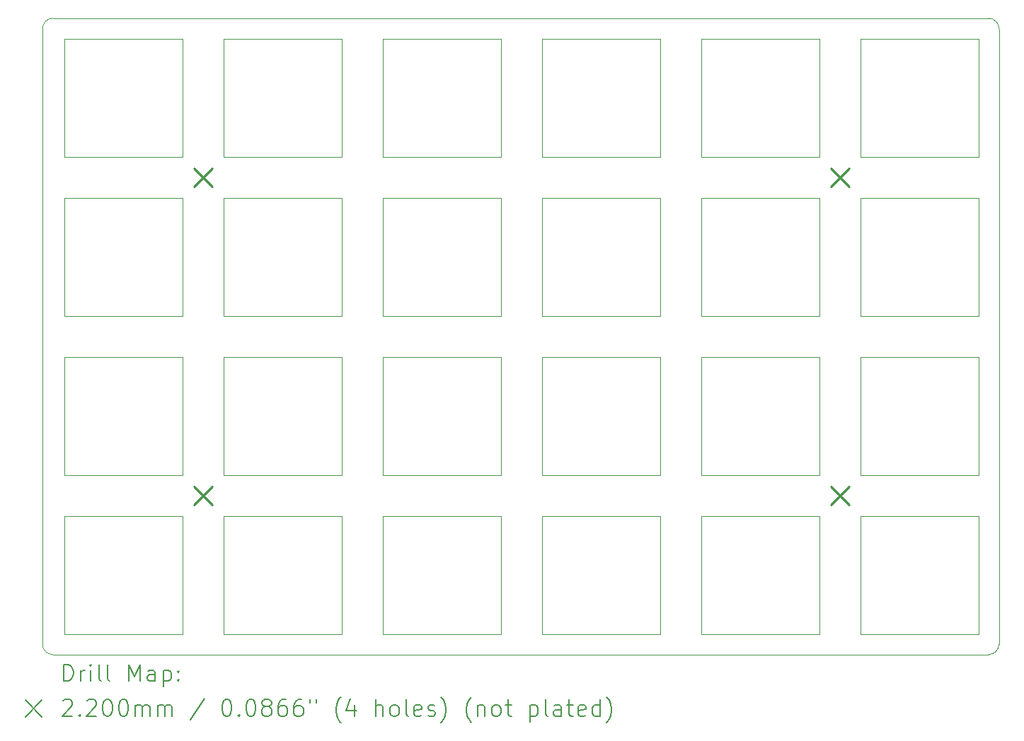
<source format=gbr>
%TF.GenerationSoftware,KiCad,Pcbnew,7.0.5*%
%TF.CreationDate,2024-08-04T00:23:37+08:00*%
%TF.ProjectId,TPS,5450532e-6b69-4636-9164-5f7063625858,rev?*%
%TF.SameCoordinates,Original*%
%TF.FileFunction,Drillmap*%
%TF.FilePolarity,Positive*%
%FSLAX45Y45*%
G04 Gerber Fmt 4.5, Leading zero omitted, Abs format (unit mm)*
G04 Created by KiCad (PCBNEW 7.0.5) date 2024-08-04 00:23:37*
%MOMM*%
%LPD*%
G01*
G04 APERTURE LIST*
%ADD10C,0.120000*%
%ADD11C,0.200000*%
%ADD12C,0.220000*%
G04 APERTURE END LIST*
D10*
X14775000Y-6957500D02*
X16185000Y-6957500D01*
X16185000Y-8367500D01*
X14775000Y-8367500D01*
X14775000Y-6957500D01*
X12870000Y-5052500D02*
X14280000Y-5052500D01*
X14280000Y-6462500D01*
X12870000Y-6462500D01*
X12870000Y-5052500D01*
X14775000Y-8862500D02*
X16185000Y-8862500D01*
X16185000Y-10272500D01*
X14775000Y-10272500D01*
X14775000Y-8862500D01*
X16680000Y-6957500D02*
X18090000Y-6957500D01*
X18090000Y-8367500D01*
X16680000Y-8367500D01*
X16680000Y-6957500D01*
X16680000Y-5052500D02*
X18090000Y-5052500D01*
X18090000Y-6462500D01*
X16680000Y-6462500D01*
X16680000Y-5052500D01*
X9060000Y-8862500D02*
X10470000Y-8862500D01*
X10470000Y-10272500D01*
X9060000Y-10272500D01*
X9060000Y-8862500D01*
X18585000Y-8862500D02*
X19995000Y-8862500D01*
X19995000Y-10272500D01*
X18585000Y-10272500D01*
X18585000Y-8862500D01*
X18585000Y-3147500D02*
X19995000Y-3147500D01*
X19995000Y-4557500D01*
X18585000Y-4557500D01*
X18585000Y-3147500D01*
X12870000Y-3147500D02*
X14280000Y-3147500D01*
X14280000Y-4557500D01*
X12870000Y-4557500D01*
X12870000Y-3147500D01*
X12870000Y-8862500D02*
X14280000Y-8862500D01*
X14280000Y-10272500D01*
X12870000Y-10272500D01*
X12870000Y-8862500D01*
X14775000Y-3147500D02*
X16185000Y-3147500D01*
X16185000Y-4557500D01*
X14775000Y-4557500D01*
X14775000Y-3147500D01*
X16680000Y-3147500D02*
X18090000Y-3147500D01*
X18090000Y-4557500D01*
X16680000Y-4557500D01*
X16680000Y-3147500D01*
X10965000Y-3147500D02*
X12375000Y-3147500D01*
X12375000Y-4557500D01*
X10965000Y-4557500D01*
X10965000Y-3147500D01*
X9060000Y-6957500D02*
X10470000Y-6957500D01*
X10470000Y-8367500D01*
X9060000Y-8367500D01*
X9060000Y-6957500D01*
X20115500Y-2900000D02*
X8924500Y-2900000D01*
X8797500Y-10393000D02*
G75*
G03*
X8924500Y-10520000I127000J0D01*
G01*
X14775000Y-5052500D02*
X16185000Y-5052500D01*
X16185000Y-6462500D01*
X14775000Y-6462500D01*
X14775000Y-5052500D01*
X18585000Y-5052500D02*
X19995000Y-5052500D01*
X19995000Y-6462500D01*
X18585000Y-6462500D01*
X18585000Y-5052500D01*
X12870000Y-6957500D02*
X14280000Y-6957500D01*
X14280000Y-8367500D01*
X12870000Y-8367500D01*
X12870000Y-6957500D01*
X9060000Y-3147500D02*
X10470000Y-3147500D01*
X10470000Y-4557500D01*
X9060000Y-4557500D01*
X9060000Y-3147500D01*
X8924500Y-2900000D02*
G75*
G03*
X8797500Y-3027000I0J-127000D01*
G01*
X20242500Y-10393000D02*
X20242500Y-3027000D01*
X20115500Y-10520000D02*
X8924500Y-10520000D01*
X8797500Y-3027000D02*
X8797500Y-10393000D01*
X20115500Y-10520000D02*
G75*
G03*
X20242500Y-10393000I0J127000D01*
G01*
X10965000Y-5052500D02*
X12375000Y-5052500D01*
X12375000Y-6462500D01*
X10965000Y-6462500D01*
X10965000Y-5052500D01*
X16680000Y-8862500D02*
X18090000Y-8862500D01*
X18090000Y-10272500D01*
X16680000Y-10272500D01*
X16680000Y-8862500D01*
X20242500Y-3027000D02*
G75*
G03*
X20115500Y-2900000I-127000J0D01*
G01*
X18585000Y-6957500D02*
X19995000Y-6957500D01*
X19995000Y-8367500D01*
X18585000Y-8367500D01*
X18585000Y-6957500D01*
X10965000Y-6957500D02*
X12375000Y-6957500D01*
X12375000Y-8367500D01*
X10965000Y-8367500D01*
X10965000Y-6957500D01*
X9060000Y-5052500D02*
X10470000Y-5052500D01*
X10470000Y-6462500D01*
X9060000Y-6462500D01*
X9060000Y-5052500D01*
X10965000Y-8862500D02*
X12375000Y-8862500D01*
X12375000Y-10272500D01*
X10965000Y-10272500D01*
X10965000Y-8862500D01*
D11*
D12*
X10607500Y-4695000D02*
X10827500Y-4915000D01*
X10827500Y-4695000D02*
X10607500Y-4915000D01*
X10607500Y-8505000D02*
X10827500Y-8725000D01*
X10827500Y-8505000D02*
X10607500Y-8725000D01*
X18227500Y-4695000D02*
X18447500Y-4915000D01*
X18447500Y-4695000D02*
X18227500Y-4915000D01*
X18227500Y-8505000D02*
X18447500Y-8725000D01*
X18447500Y-8505000D02*
X18227500Y-8725000D01*
D11*
X9052277Y-10837484D02*
X9052277Y-10637484D01*
X9052277Y-10637484D02*
X9099896Y-10637484D01*
X9099896Y-10637484D02*
X9128467Y-10647008D01*
X9128467Y-10647008D02*
X9147515Y-10666055D01*
X9147515Y-10666055D02*
X9157039Y-10685103D01*
X9157039Y-10685103D02*
X9166563Y-10723198D01*
X9166563Y-10723198D02*
X9166563Y-10751770D01*
X9166563Y-10751770D02*
X9157039Y-10789865D01*
X9157039Y-10789865D02*
X9147515Y-10808912D01*
X9147515Y-10808912D02*
X9128467Y-10827960D01*
X9128467Y-10827960D02*
X9099896Y-10837484D01*
X9099896Y-10837484D02*
X9052277Y-10837484D01*
X9252277Y-10837484D02*
X9252277Y-10704150D01*
X9252277Y-10742246D02*
X9261801Y-10723198D01*
X9261801Y-10723198D02*
X9271324Y-10713674D01*
X9271324Y-10713674D02*
X9290372Y-10704150D01*
X9290372Y-10704150D02*
X9309420Y-10704150D01*
X9376086Y-10837484D02*
X9376086Y-10704150D01*
X9376086Y-10637484D02*
X9366563Y-10647008D01*
X9366563Y-10647008D02*
X9376086Y-10656531D01*
X9376086Y-10656531D02*
X9385610Y-10647008D01*
X9385610Y-10647008D02*
X9376086Y-10637484D01*
X9376086Y-10637484D02*
X9376086Y-10656531D01*
X9499896Y-10837484D02*
X9480848Y-10827960D01*
X9480848Y-10827960D02*
X9471324Y-10808912D01*
X9471324Y-10808912D02*
X9471324Y-10637484D01*
X9604658Y-10837484D02*
X9585610Y-10827960D01*
X9585610Y-10827960D02*
X9576086Y-10808912D01*
X9576086Y-10808912D02*
X9576086Y-10637484D01*
X9833229Y-10837484D02*
X9833229Y-10637484D01*
X9833229Y-10637484D02*
X9899896Y-10780341D01*
X9899896Y-10780341D02*
X9966563Y-10637484D01*
X9966563Y-10637484D02*
X9966563Y-10837484D01*
X10147515Y-10837484D02*
X10147515Y-10732722D01*
X10147515Y-10732722D02*
X10137991Y-10713674D01*
X10137991Y-10713674D02*
X10118944Y-10704150D01*
X10118944Y-10704150D02*
X10080848Y-10704150D01*
X10080848Y-10704150D02*
X10061801Y-10713674D01*
X10147515Y-10827960D02*
X10128467Y-10837484D01*
X10128467Y-10837484D02*
X10080848Y-10837484D01*
X10080848Y-10837484D02*
X10061801Y-10827960D01*
X10061801Y-10827960D02*
X10052277Y-10808912D01*
X10052277Y-10808912D02*
X10052277Y-10789865D01*
X10052277Y-10789865D02*
X10061801Y-10770817D01*
X10061801Y-10770817D02*
X10080848Y-10761293D01*
X10080848Y-10761293D02*
X10128467Y-10761293D01*
X10128467Y-10761293D02*
X10147515Y-10751770D01*
X10242753Y-10704150D02*
X10242753Y-10904150D01*
X10242753Y-10713674D02*
X10261801Y-10704150D01*
X10261801Y-10704150D02*
X10299896Y-10704150D01*
X10299896Y-10704150D02*
X10318944Y-10713674D01*
X10318944Y-10713674D02*
X10328467Y-10723198D01*
X10328467Y-10723198D02*
X10337991Y-10742246D01*
X10337991Y-10742246D02*
X10337991Y-10799389D01*
X10337991Y-10799389D02*
X10328467Y-10818436D01*
X10328467Y-10818436D02*
X10318944Y-10827960D01*
X10318944Y-10827960D02*
X10299896Y-10837484D01*
X10299896Y-10837484D02*
X10261801Y-10837484D01*
X10261801Y-10837484D02*
X10242753Y-10827960D01*
X10423705Y-10818436D02*
X10433229Y-10827960D01*
X10433229Y-10827960D02*
X10423705Y-10837484D01*
X10423705Y-10837484D02*
X10414182Y-10827960D01*
X10414182Y-10827960D02*
X10423705Y-10818436D01*
X10423705Y-10818436D02*
X10423705Y-10837484D01*
X10423705Y-10713674D02*
X10433229Y-10723198D01*
X10433229Y-10723198D02*
X10423705Y-10732722D01*
X10423705Y-10732722D02*
X10414182Y-10723198D01*
X10414182Y-10723198D02*
X10423705Y-10713674D01*
X10423705Y-10713674D02*
X10423705Y-10732722D01*
X8591500Y-11066000D02*
X8791500Y-11266000D01*
X8791500Y-11066000D02*
X8591500Y-11266000D01*
X9042753Y-11076531D02*
X9052277Y-11067008D01*
X9052277Y-11067008D02*
X9071324Y-11057484D01*
X9071324Y-11057484D02*
X9118944Y-11057484D01*
X9118944Y-11057484D02*
X9137991Y-11067008D01*
X9137991Y-11067008D02*
X9147515Y-11076531D01*
X9147515Y-11076531D02*
X9157039Y-11095579D01*
X9157039Y-11095579D02*
X9157039Y-11114627D01*
X9157039Y-11114627D02*
X9147515Y-11143198D01*
X9147515Y-11143198D02*
X9033229Y-11257484D01*
X9033229Y-11257484D02*
X9157039Y-11257484D01*
X9242753Y-11238436D02*
X9252277Y-11247960D01*
X9252277Y-11247960D02*
X9242753Y-11257484D01*
X9242753Y-11257484D02*
X9233229Y-11247960D01*
X9233229Y-11247960D02*
X9242753Y-11238436D01*
X9242753Y-11238436D02*
X9242753Y-11257484D01*
X9328467Y-11076531D02*
X9337991Y-11067008D01*
X9337991Y-11067008D02*
X9357039Y-11057484D01*
X9357039Y-11057484D02*
X9404658Y-11057484D01*
X9404658Y-11057484D02*
X9423705Y-11067008D01*
X9423705Y-11067008D02*
X9433229Y-11076531D01*
X9433229Y-11076531D02*
X9442753Y-11095579D01*
X9442753Y-11095579D02*
X9442753Y-11114627D01*
X9442753Y-11114627D02*
X9433229Y-11143198D01*
X9433229Y-11143198D02*
X9318944Y-11257484D01*
X9318944Y-11257484D02*
X9442753Y-11257484D01*
X9566563Y-11057484D02*
X9585610Y-11057484D01*
X9585610Y-11057484D02*
X9604658Y-11067008D01*
X9604658Y-11067008D02*
X9614182Y-11076531D01*
X9614182Y-11076531D02*
X9623705Y-11095579D01*
X9623705Y-11095579D02*
X9633229Y-11133674D01*
X9633229Y-11133674D02*
X9633229Y-11181293D01*
X9633229Y-11181293D02*
X9623705Y-11219388D01*
X9623705Y-11219388D02*
X9614182Y-11238436D01*
X9614182Y-11238436D02*
X9604658Y-11247960D01*
X9604658Y-11247960D02*
X9585610Y-11257484D01*
X9585610Y-11257484D02*
X9566563Y-11257484D01*
X9566563Y-11257484D02*
X9547515Y-11247960D01*
X9547515Y-11247960D02*
X9537991Y-11238436D01*
X9537991Y-11238436D02*
X9528467Y-11219388D01*
X9528467Y-11219388D02*
X9518944Y-11181293D01*
X9518944Y-11181293D02*
X9518944Y-11133674D01*
X9518944Y-11133674D02*
X9528467Y-11095579D01*
X9528467Y-11095579D02*
X9537991Y-11076531D01*
X9537991Y-11076531D02*
X9547515Y-11067008D01*
X9547515Y-11067008D02*
X9566563Y-11057484D01*
X9757039Y-11057484D02*
X9776086Y-11057484D01*
X9776086Y-11057484D02*
X9795134Y-11067008D01*
X9795134Y-11067008D02*
X9804658Y-11076531D01*
X9804658Y-11076531D02*
X9814182Y-11095579D01*
X9814182Y-11095579D02*
X9823705Y-11133674D01*
X9823705Y-11133674D02*
X9823705Y-11181293D01*
X9823705Y-11181293D02*
X9814182Y-11219388D01*
X9814182Y-11219388D02*
X9804658Y-11238436D01*
X9804658Y-11238436D02*
X9795134Y-11247960D01*
X9795134Y-11247960D02*
X9776086Y-11257484D01*
X9776086Y-11257484D02*
X9757039Y-11257484D01*
X9757039Y-11257484D02*
X9737991Y-11247960D01*
X9737991Y-11247960D02*
X9728467Y-11238436D01*
X9728467Y-11238436D02*
X9718944Y-11219388D01*
X9718944Y-11219388D02*
X9709420Y-11181293D01*
X9709420Y-11181293D02*
X9709420Y-11133674D01*
X9709420Y-11133674D02*
X9718944Y-11095579D01*
X9718944Y-11095579D02*
X9728467Y-11076531D01*
X9728467Y-11076531D02*
X9737991Y-11067008D01*
X9737991Y-11067008D02*
X9757039Y-11057484D01*
X9909420Y-11257484D02*
X9909420Y-11124150D01*
X9909420Y-11143198D02*
X9918944Y-11133674D01*
X9918944Y-11133674D02*
X9937991Y-11124150D01*
X9937991Y-11124150D02*
X9966563Y-11124150D01*
X9966563Y-11124150D02*
X9985610Y-11133674D01*
X9985610Y-11133674D02*
X9995134Y-11152722D01*
X9995134Y-11152722D02*
X9995134Y-11257484D01*
X9995134Y-11152722D02*
X10004658Y-11133674D01*
X10004658Y-11133674D02*
X10023705Y-11124150D01*
X10023705Y-11124150D02*
X10052277Y-11124150D01*
X10052277Y-11124150D02*
X10071325Y-11133674D01*
X10071325Y-11133674D02*
X10080848Y-11152722D01*
X10080848Y-11152722D02*
X10080848Y-11257484D01*
X10176086Y-11257484D02*
X10176086Y-11124150D01*
X10176086Y-11143198D02*
X10185610Y-11133674D01*
X10185610Y-11133674D02*
X10204658Y-11124150D01*
X10204658Y-11124150D02*
X10233229Y-11124150D01*
X10233229Y-11124150D02*
X10252277Y-11133674D01*
X10252277Y-11133674D02*
X10261801Y-11152722D01*
X10261801Y-11152722D02*
X10261801Y-11257484D01*
X10261801Y-11152722D02*
X10271325Y-11133674D01*
X10271325Y-11133674D02*
X10290372Y-11124150D01*
X10290372Y-11124150D02*
X10318944Y-11124150D01*
X10318944Y-11124150D02*
X10337991Y-11133674D01*
X10337991Y-11133674D02*
X10347515Y-11152722D01*
X10347515Y-11152722D02*
X10347515Y-11257484D01*
X10737991Y-11047960D02*
X10566563Y-11305103D01*
X10995134Y-11057484D02*
X11014182Y-11057484D01*
X11014182Y-11057484D02*
X11033229Y-11067008D01*
X11033229Y-11067008D02*
X11042753Y-11076531D01*
X11042753Y-11076531D02*
X11052277Y-11095579D01*
X11052277Y-11095579D02*
X11061801Y-11133674D01*
X11061801Y-11133674D02*
X11061801Y-11181293D01*
X11061801Y-11181293D02*
X11052277Y-11219388D01*
X11052277Y-11219388D02*
X11042753Y-11238436D01*
X11042753Y-11238436D02*
X11033229Y-11247960D01*
X11033229Y-11247960D02*
X11014182Y-11257484D01*
X11014182Y-11257484D02*
X10995134Y-11257484D01*
X10995134Y-11257484D02*
X10976087Y-11247960D01*
X10976087Y-11247960D02*
X10966563Y-11238436D01*
X10966563Y-11238436D02*
X10957039Y-11219388D01*
X10957039Y-11219388D02*
X10947515Y-11181293D01*
X10947515Y-11181293D02*
X10947515Y-11133674D01*
X10947515Y-11133674D02*
X10957039Y-11095579D01*
X10957039Y-11095579D02*
X10966563Y-11076531D01*
X10966563Y-11076531D02*
X10976087Y-11067008D01*
X10976087Y-11067008D02*
X10995134Y-11057484D01*
X11147515Y-11238436D02*
X11157039Y-11247960D01*
X11157039Y-11247960D02*
X11147515Y-11257484D01*
X11147515Y-11257484D02*
X11137991Y-11247960D01*
X11137991Y-11247960D02*
X11147515Y-11238436D01*
X11147515Y-11238436D02*
X11147515Y-11257484D01*
X11280848Y-11057484D02*
X11299896Y-11057484D01*
X11299896Y-11057484D02*
X11318944Y-11067008D01*
X11318944Y-11067008D02*
X11328467Y-11076531D01*
X11328467Y-11076531D02*
X11337991Y-11095579D01*
X11337991Y-11095579D02*
X11347515Y-11133674D01*
X11347515Y-11133674D02*
X11347515Y-11181293D01*
X11347515Y-11181293D02*
X11337991Y-11219388D01*
X11337991Y-11219388D02*
X11328467Y-11238436D01*
X11328467Y-11238436D02*
X11318944Y-11247960D01*
X11318944Y-11247960D02*
X11299896Y-11257484D01*
X11299896Y-11257484D02*
X11280848Y-11257484D01*
X11280848Y-11257484D02*
X11261801Y-11247960D01*
X11261801Y-11247960D02*
X11252277Y-11238436D01*
X11252277Y-11238436D02*
X11242753Y-11219388D01*
X11242753Y-11219388D02*
X11233229Y-11181293D01*
X11233229Y-11181293D02*
X11233229Y-11133674D01*
X11233229Y-11133674D02*
X11242753Y-11095579D01*
X11242753Y-11095579D02*
X11252277Y-11076531D01*
X11252277Y-11076531D02*
X11261801Y-11067008D01*
X11261801Y-11067008D02*
X11280848Y-11057484D01*
X11461801Y-11143198D02*
X11442753Y-11133674D01*
X11442753Y-11133674D02*
X11433229Y-11124150D01*
X11433229Y-11124150D02*
X11423706Y-11105103D01*
X11423706Y-11105103D02*
X11423706Y-11095579D01*
X11423706Y-11095579D02*
X11433229Y-11076531D01*
X11433229Y-11076531D02*
X11442753Y-11067008D01*
X11442753Y-11067008D02*
X11461801Y-11057484D01*
X11461801Y-11057484D02*
X11499896Y-11057484D01*
X11499896Y-11057484D02*
X11518944Y-11067008D01*
X11518944Y-11067008D02*
X11528467Y-11076531D01*
X11528467Y-11076531D02*
X11537991Y-11095579D01*
X11537991Y-11095579D02*
X11537991Y-11105103D01*
X11537991Y-11105103D02*
X11528467Y-11124150D01*
X11528467Y-11124150D02*
X11518944Y-11133674D01*
X11518944Y-11133674D02*
X11499896Y-11143198D01*
X11499896Y-11143198D02*
X11461801Y-11143198D01*
X11461801Y-11143198D02*
X11442753Y-11152722D01*
X11442753Y-11152722D02*
X11433229Y-11162246D01*
X11433229Y-11162246D02*
X11423706Y-11181293D01*
X11423706Y-11181293D02*
X11423706Y-11219388D01*
X11423706Y-11219388D02*
X11433229Y-11238436D01*
X11433229Y-11238436D02*
X11442753Y-11247960D01*
X11442753Y-11247960D02*
X11461801Y-11257484D01*
X11461801Y-11257484D02*
X11499896Y-11257484D01*
X11499896Y-11257484D02*
X11518944Y-11247960D01*
X11518944Y-11247960D02*
X11528467Y-11238436D01*
X11528467Y-11238436D02*
X11537991Y-11219388D01*
X11537991Y-11219388D02*
X11537991Y-11181293D01*
X11537991Y-11181293D02*
X11528467Y-11162246D01*
X11528467Y-11162246D02*
X11518944Y-11152722D01*
X11518944Y-11152722D02*
X11499896Y-11143198D01*
X11709420Y-11057484D02*
X11671325Y-11057484D01*
X11671325Y-11057484D02*
X11652277Y-11067008D01*
X11652277Y-11067008D02*
X11642753Y-11076531D01*
X11642753Y-11076531D02*
X11623706Y-11105103D01*
X11623706Y-11105103D02*
X11614182Y-11143198D01*
X11614182Y-11143198D02*
X11614182Y-11219388D01*
X11614182Y-11219388D02*
X11623706Y-11238436D01*
X11623706Y-11238436D02*
X11633229Y-11247960D01*
X11633229Y-11247960D02*
X11652277Y-11257484D01*
X11652277Y-11257484D02*
X11690372Y-11257484D01*
X11690372Y-11257484D02*
X11709420Y-11247960D01*
X11709420Y-11247960D02*
X11718944Y-11238436D01*
X11718944Y-11238436D02*
X11728467Y-11219388D01*
X11728467Y-11219388D02*
X11728467Y-11171770D01*
X11728467Y-11171770D02*
X11718944Y-11152722D01*
X11718944Y-11152722D02*
X11709420Y-11143198D01*
X11709420Y-11143198D02*
X11690372Y-11133674D01*
X11690372Y-11133674D02*
X11652277Y-11133674D01*
X11652277Y-11133674D02*
X11633229Y-11143198D01*
X11633229Y-11143198D02*
X11623706Y-11152722D01*
X11623706Y-11152722D02*
X11614182Y-11171770D01*
X11899896Y-11057484D02*
X11861801Y-11057484D01*
X11861801Y-11057484D02*
X11842753Y-11067008D01*
X11842753Y-11067008D02*
X11833229Y-11076531D01*
X11833229Y-11076531D02*
X11814182Y-11105103D01*
X11814182Y-11105103D02*
X11804658Y-11143198D01*
X11804658Y-11143198D02*
X11804658Y-11219388D01*
X11804658Y-11219388D02*
X11814182Y-11238436D01*
X11814182Y-11238436D02*
X11823706Y-11247960D01*
X11823706Y-11247960D02*
X11842753Y-11257484D01*
X11842753Y-11257484D02*
X11880848Y-11257484D01*
X11880848Y-11257484D02*
X11899896Y-11247960D01*
X11899896Y-11247960D02*
X11909420Y-11238436D01*
X11909420Y-11238436D02*
X11918944Y-11219388D01*
X11918944Y-11219388D02*
X11918944Y-11171770D01*
X11918944Y-11171770D02*
X11909420Y-11152722D01*
X11909420Y-11152722D02*
X11899896Y-11143198D01*
X11899896Y-11143198D02*
X11880848Y-11133674D01*
X11880848Y-11133674D02*
X11842753Y-11133674D01*
X11842753Y-11133674D02*
X11823706Y-11143198D01*
X11823706Y-11143198D02*
X11814182Y-11152722D01*
X11814182Y-11152722D02*
X11804658Y-11171770D01*
X11995134Y-11057484D02*
X11995134Y-11095579D01*
X12071325Y-11057484D02*
X12071325Y-11095579D01*
X12366563Y-11333674D02*
X12357039Y-11324150D01*
X12357039Y-11324150D02*
X12337991Y-11295579D01*
X12337991Y-11295579D02*
X12328468Y-11276531D01*
X12328468Y-11276531D02*
X12318944Y-11247960D01*
X12318944Y-11247960D02*
X12309420Y-11200341D01*
X12309420Y-11200341D02*
X12309420Y-11162246D01*
X12309420Y-11162246D02*
X12318944Y-11114627D01*
X12318944Y-11114627D02*
X12328468Y-11086055D01*
X12328468Y-11086055D02*
X12337991Y-11067008D01*
X12337991Y-11067008D02*
X12357039Y-11038436D01*
X12357039Y-11038436D02*
X12366563Y-11028912D01*
X12528468Y-11124150D02*
X12528468Y-11257484D01*
X12480848Y-11047960D02*
X12433229Y-11190817D01*
X12433229Y-11190817D02*
X12557039Y-11190817D01*
X12785610Y-11257484D02*
X12785610Y-11057484D01*
X12871325Y-11257484D02*
X12871325Y-11152722D01*
X12871325Y-11152722D02*
X12861801Y-11133674D01*
X12861801Y-11133674D02*
X12842753Y-11124150D01*
X12842753Y-11124150D02*
X12814182Y-11124150D01*
X12814182Y-11124150D02*
X12795134Y-11133674D01*
X12795134Y-11133674D02*
X12785610Y-11143198D01*
X12995134Y-11257484D02*
X12976087Y-11247960D01*
X12976087Y-11247960D02*
X12966563Y-11238436D01*
X12966563Y-11238436D02*
X12957039Y-11219388D01*
X12957039Y-11219388D02*
X12957039Y-11162246D01*
X12957039Y-11162246D02*
X12966563Y-11143198D01*
X12966563Y-11143198D02*
X12976087Y-11133674D01*
X12976087Y-11133674D02*
X12995134Y-11124150D01*
X12995134Y-11124150D02*
X13023706Y-11124150D01*
X13023706Y-11124150D02*
X13042753Y-11133674D01*
X13042753Y-11133674D02*
X13052277Y-11143198D01*
X13052277Y-11143198D02*
X13061801Y-11162246D01*
X13061801Y-11162246D02*
X13061801Y-11219388D01*
X13061801Y-11219388D02*
X13052277Y-11238436D01*
X13052277Y-11238436D02*
X13042753Y-11247960D01*
X13042753Y-11247960D02*
X13023706Y-11257484D01*
X13023706Y-11257484D02*
X12995134Y-11257484D01*
X13176087Y-11257484D02*
X13157039Y-11247960D01*
X13157039Y-11247960D02*
X13147515Y-11228912D01*
X13147515Y-11228912D02*
X13147515Y-11057484D01*
X13328468Y-11247960D02*
X13309420Y-11257484D01*
X13309420Y-11257484D02*
X13271325Y-11257484D01*
X13271325Y-11257484D02*
X13252277Y-11247960D01*
X13252277Y-11247960D02*
X13242753Y-11228912D01*
X13242753Y-11228912D02*
X13242753Y-11152722D01*
X13242753Y-11152722D02*
X13252277Y-11133674D01*
X13252277Y-11133674D02*
X13271325Y-11124150D01*
X13271325Y-11124150D02*
X13309420Y-11124150D01*
X13309420Y-11124150D02*
X13328468Y-11133674D01*
X13328468Y-11133674D02*
X13337991Y-11152722D01*
X13337991Y-11152722D02*
X13337991Y-11171770D01*
X13337991Y-11171770D02*
X13242753Y-11190817D01*
X13414182Y-11247960D02*
X13433230Y-11257484D01*
X13433230Y-11257484D02*
X13471325Y-11257484D01*
X13471325Y-11257484D02*
X13490372Y-11247960D01*
X13490372Y-11247960D02*
X13499896Y-11228912D01*
X13499896Y-11228912D02*
X13499896Y-11219388D01*
X13499896Y-11219388D02*
X13490372Y-11200341D01*
X13490372Y-11200341D02*
X13471325Y-11190817D01*
X13471325Y-11190817D02*
X13442753Y-11190817D01*
X13442753Y-11190817D02*
X13423706Y-11181293D01*
X13423706Y-11181293D02*
X13414182Y-11162246D01*
X13414182Y-11162246D02*
X13414182Y-11152722D01*
X13414182Y-11152722D02*
X13423706Y-11133674D01*
X13423706Y-11133674D02*
X13442753Y-11124150D01*
X13442753Y-11124150D02*
X13471325Y-11124150D01*
X13471325Y-11124150D02*
X13490372Y-11133674D01*
X13566563Y-11333674D02*
X13576087Y-11324150D01*
X13576087Y-11324150D02*
X13595134Y-11295579D01*
X13595134Y-11295579D02*
X13604658Y-11276531D01*
X13604658Y-11276531D02*
X13614182Y-11247960D01*
X13614182Y-11247960D02*
X13623706Y-11200341D01*
X13623706Y-11200341D02*
X13623706Y-11162246D01*
X13623706Y-11162246D02*
X13614182Y-11114627D01*
X13614182Y-11114627D02*
X13604658Y-11086055D01*
X13604658Y-11086055D02*
X13595134Y-11067008D01*
X13595134Y-11067008D02*
X13576087Y-11038436D01*
X13576087Y-11038436D02*
X13566563Y-11028912D01*
X13928468Y-11333674D02*
X13918944Y-11324150D01*
X13918944Y-11324150D02*
X13899896Y-11295579D01*
X13899896Y-11295579D02*
X13890372Y-11276531D01*
X13890372Y-11276531D02*
X13880849Y-11247960D01*
X13880849Y-11247960D02*
X13871325Y-11200341D01*
X13871325Y-11200341D02*
X13871325Y-11162246D01*
X13871325Y-11162246D02*
X13880849Y-11114627D01*
X13880849Y-11114627D02*
X13890372Y-11086055D01*
X13890372Y-11086055D02*
X13899896Y-11067008D01*
X13899896Y-11067008D02*
X13918944Y-11038436D01*
X13918944Y-11038436D02*
X13928468Y-11028912D01*
X14004658Y-11124150D02*
X14004658Y-11257484D01*
X14004658Y-11143198D02*
X14014182Y-11133674D01*
X14014182Y-11133674D02*
X14033230Y-11124150D01*
X14033230Y-11124150D02*
X14061801Y-11124150D01*
X14061801Y-11124150D02*
X14080849Y-11133674D01*
X14080849Y-11133674D02*
X14090372Y-11152722D01*
X14090372Y-11152722D02*
X14090372Y-11257484D01*
X14214182Y-11257484D02*
X14195134Y-11247960D01*
X14195134Y-11247960D02*
X14185611Y-11238436D01*
X14185611Y-11238436D02*
X14176087Y-11219388D01*
X14176087Y-11219388D02*
X14176087Y-11162246D01*
X14176087Y-11162246D02*
X14185611Y-11143198D01*
X14185611Y-11143198D02*
X14195134Y-11133674D01*
X14195134Y-11133674D02*
X14214182Y-11124150D01*
X14214182Y-11124150D02*
X14242753Y-11124150D01*
X14242753Y-11124150D02*
X14261801Y-11133674D01*
X14261801Y-11133674D02*
X14271325Y-11143198D01*
X14271325Y-11143198D02*
X14280849Y-11162246D01*
X14280849Y-11162246D02*
X14280849Y-11219388D01*
X14280849Y-11219388D02*
X14271325Y-11238436D01*
X14271325Y-11238436D02*
X14261801Y-11247960D01*
X14261801Y-11247960D02*
X14242753Y-11257484D01*
X14242753Y-11257484D02*
X14214182Y-11257484D01*
X14337992Y-11124150D02*
X14414182Y-11124150D01*
X14366563Y-11057484D02*
X14366563Y-11228912D01*
X14366563Y-11228912D02*
X14376087Y-11247960D01*
X14376087Y-11247960D02*
X14395134Y-11257484D01*
X14395134Y-11257484D02*
X14414182Y-11257484D01*
X14633230Y-11124150D02*
X14633230Y-11324150D01*
X14633230Y-11133674D02*
X14652277Y-11124150D01*
X14652277Y-11124150D02*
X14690373Y-11124150D01*
X14690373Y-11124150D02*
X14709420Y-11133674D01*
X14709420Y-11133674D02*
X14718944Y-11143198D01*
X14718944Y-11143198D02*
X14728468Y-11162246D01*
X14728468Y-11162246D02*
X14728468Y-11219388D01*
X14728468Y-11219388D02*
X14718944Y-11238436D01*
X14718944Y-11238436D02*
X14709420Y-11247960D01*
X14709420Y-11247960D02*
X14690373Y-11257484D01*
X14690373Y-11257484D02*
X14652277Y-11257484D01*
X14652277Y-11257484D02*
X14633230Y-11247960D01*
X14842753Y-11257484D02*
X14823706Y-11247960D01*
X14823706Y-11247960D02*
X14814182Y-11228912D01*
X14814182Y-11228912D02*
X14814182Y-11057484D01*
X15004658Y-11257484D02*
X15004658Y-11152722D01*
X15004658Y-11152722D02*
X14995134Y-11133674D01*
X14995134Y-11133674D02*
X14976087Y-11124150D01*
X14976087Y-11124150D02*
X14937992Y-11124150D01*
X14937992Y-11124150D02*
X14918944Y-11133674D01*
X15004658Y-11247960D02*
X14985611Y-11257484D01*
X14985611Y-11257484D02*
X14937992Y-11257484D01*
X14937992Y-11257484D02*
X14918944Y-11247960D01*
X14918944Y-11247960D02*
X14909420Y-11228912D01*
X14909420Y-11228912D02*
X14909420Y-11209865D01*
X14909420Y-11209865D02*
X14918944Y-11190817D01*
X14918944Y-11190817D02*
X14937992Y-11181293D01*
X14937992Y-11181293D02*
X14985611Y-11181293D01*
X14985611Y-11181293D02*
X15004658Y-11171770D01*
X15071325Y-11124150D02*
X15147515Y-11124150D01*
X15099896Y-11057484D02*
X15099896Y-11228912D01*
X15099896Y-11228912D02*
X15109420Y-11247960D01*
X15109420Y-11247960D02*
X15128468Y-11257484D01*
X15128468Y-11257484D02*
X15147515Y-11257484D01*
X15290373Y-11247960D02*
X15271325Y-11257484D01*
X15271325Y-11257484D02*
X15233230Y-11257484D01*
X15233230Y-11257484D02*
X15214182Y-11247960D01*
X15214182Y-11247960D02*
X15204658Y-11228912D01*
X15204658Y-11228912D02*
X15204658Y-11152722D01*
X15204658Y-11152722D02*
X15214182Y-11133674D01*
X15214182Y-11133674D02*
X15233230Y-11124150D01*
X15233230Y-11124150D02*
X15271325Y-11124150D01*
X15271325Y-11124150D02*
X15290373Y-11133674D01*
X15290373Y-11133674D02*
X15299896Y-11152722D01*
X15299896Y-11152722D02*
X15299896Y-11171770D01*
X15299896Y-11171770D02*
X15204658Y-11190817D01*
X15471325Y-11257484D02*
X15471325Y-11057484D01*
X15471325Y-11247960D02*
X15452277Y-11257484D01*
X15452277Y-11257484D02*
X15414182Y-11257484D01*
X15414182Y-11257484D02*
X15395134Y-11247960D01*
X15395134Y-11247960D02*
X15385611Y-11238436D01*
X15385611Y-11238436D02*
X15376087Y-11219388D01*
X15376087Y-11219388D02*
X15376087Y-11162246D01*
X15376087Y-11162246D02*
X15385611Y-11143198D01*
X15385611Y-11143198D02*
X15395134Y-11133674D01*
X15395134Y-11133674D02*
X15414182Y-11124150D01*
X15414182Y-11124150D02*
X15452277Y-11124150D01*
X15452277Y-11124150D02*
X15471325Y-11133674D01*
X15547515Y-11333674D02*
X15557039Y-11324150D01*
X15557039Y-11324150D02*
X15576087Y-11295579D01*
X15576087Y-11295579D02*
X15585611Y-11276531D01*
X15585611Y-11276531D02*
X15595134Y-11247960D01*
X15595134Y-11247960D02*
X15604658Y-11200341D01*
X15604658Y-11200341D02*
X15604658Y-11162246D01*
X15604658Y-11162246D02*
X15595134Y-11114627D01*
X15595134Y-11114627D02*
X15585611Y-11086055D01*
X15585611Y-11086055D02*
X15576087Y-11067008D01*
X15576087Y-11067008D02*
X15557039Y-11038436D01*
X15557039Y-11038436D02*
X15547515Y-11028912D01*
M02*

</source>
